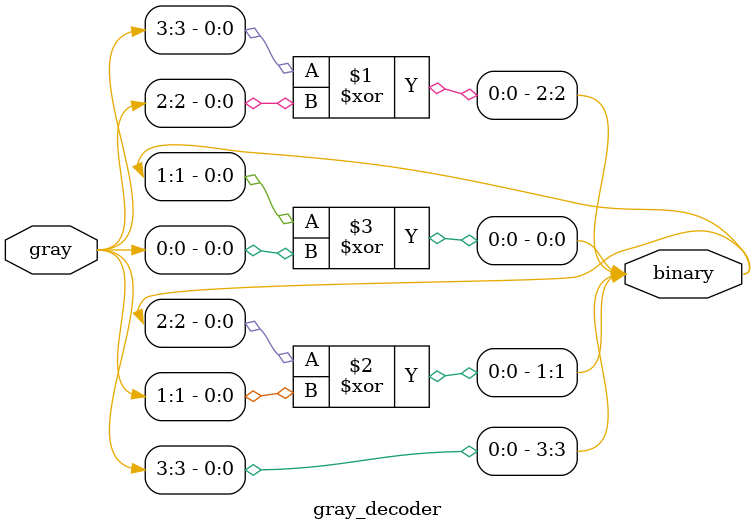
<source format=sv>
module gray_decoder (
    input logic [3:0] gray,   // Entrada en Gray
    output logic [3:0] binary // Salida en Binario
);

    // Conversión de Gray a Binario
    assign binary[3] = gray[3];                // El bit más significativo es igual
    assign binary[2] = gray[3] ^ gray[2];      // bit2 = bit3 ^ bit2
    assign binary[1] = binary[2] ^ gray[1];   // bit1 = bit2 ^ bit1
    assign binary[0] = binary[1] ^ gray[0];   // bit0 = bit1 ^ bit0

endmodule
</source>
